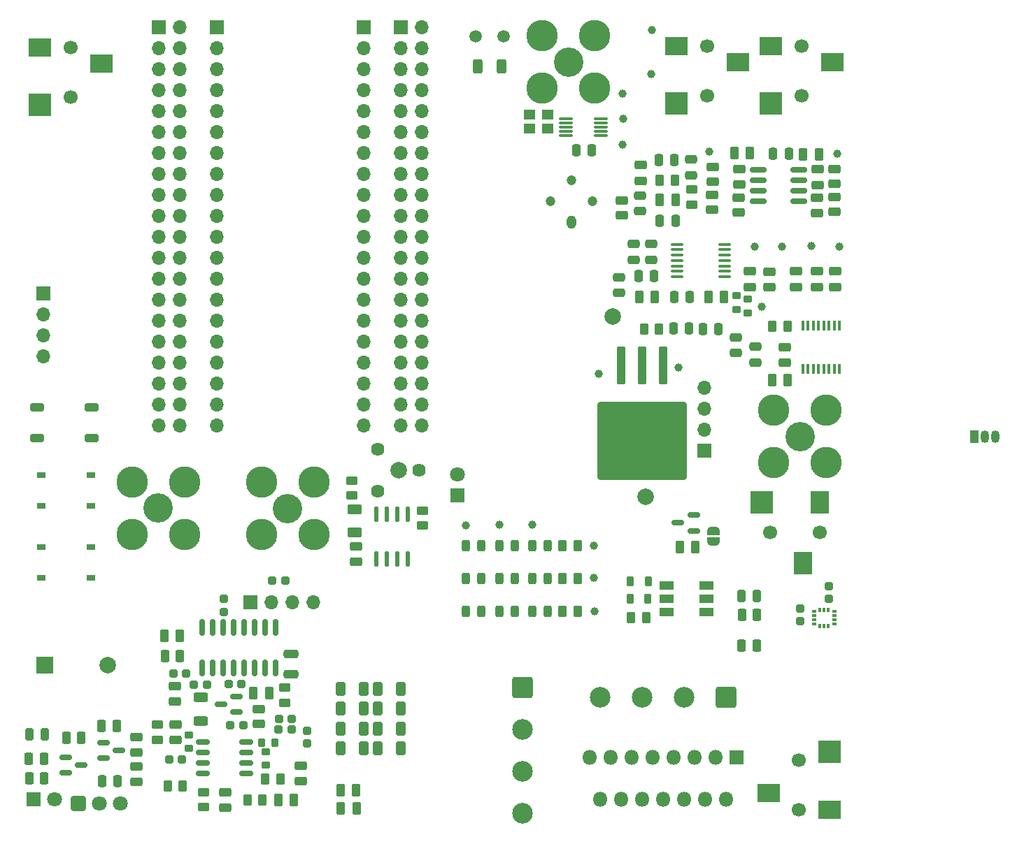
<source format=gbr>
%TF.GenerationSoftware,KiCad,Pcbnew,8.0.4+dfsg-1*%
%TF.CreationDate,2025-02-20T19:36:53-08:00*%
%TF.ProjectId,Audio_in_usd_sound_rp_pico,41756469-6f5f-4696-9e5f-7573645f736f,v0.3.0*%
%TF.SameCoordinates,Original*%
%TF.FileFunction,Soldermask,Top*%
%TF.FilePolarity,Negative*%
%FSLAX46Y46*%
G04 Gerber Fmt 4.6, Leading zero omitted, Abs format (unit mm)*
G04 Created by KiCad (PCBNEW 8.0.4+dfsg-1) date 2025-02-20 19:36:53*
%MOMM*%
%LPD*%
G01*
G04 APERTURE LIST*
G04 Aperture macros list*
%AMRoundRect*
0 Rectangle with rounded corners*
0 $1 Rounding radius*
0 $2 $3 $4 $5 $6 $7 $8 $9 X,Y pos of 4 corners*
0 Add a 4 corners polygon primitive as box body*
4,1,4,$2,$3,$4,$5,$6,$7,$8,$9,$2,$3,0*
0 Add four circle primitives for the rounded corners*
1,1,$1+$1,$2,$3*
1,1,$1+$1,$4,$5*
1,1,$1+$1,$6,$7*
1,1,$1+$1,$8,$9*
0 Add four rect primitives between the rounded corners*
20,1,$1+$1,$2,$3,$4,$5,0*
20,1,$1+$1,$4,$5,$6,$7,0*
20,1,$1+$1,$6,$7,$8,$9,0*
20,1,$1+$1,$8,$9,$2,$3,0*%
%AMFreePoly0*
4,1,19,0.500000,-0.750000,0.000000,-0.750000,0.000000,-0.744911,-0.071157,-0.744911,-0.207708,-0.704816,-0.327430,-0.627875,-0.420627,-0.520320,-0.479746,-0.390866,-0.500000,-0.250000,-0.500000,0.250000,-0.479746,0.390866,-0.420627,0.520320,-0.327430,0.627875,-0.207708,0.704816,-0.071157,0.744911,0.000000,0.744911,0.000000,0.750000,0.500000,0.750000,0.500000,-0.750000,0.500000,-0.750000,
$1*%
%AMFreePoly1*
4,1,19,0.000000,0.744911,0.071157,0.744911,0.207708,0.704816,0.327430,0.627875,0.420627,0.520320,0.479746,0.390866,0.500000,0.250000,0.500000,-0.250000,0.479746,-0.390866,0.420627,-0.520320,0.327430,-0.627875,0.207708,-0.704816,0.071157,-0.744911,0.000000,-0.744911,0.000000,-0.750000,-0.500000,-0.750000,-0.500000,0.750000,0.000000,0.750000,0.000000,0.744911,0.000000,0.744911,
$1*%
G04 Aperture macros list end*
%ADD10R,0.576580X0.351536*%
%ADD11R,0.351536X0.576580*%
%ADD12R,2.800000X2.800000*%
%ADD13R,2.200000X2.800000*%
%ADD14C,1.700000*%
%ADD15R,2.800000X2.200000*%
%ADD16RoundRect,0.244000X-0.269000X0.244000X-0.269000X-0.244000X0.269000X-0.244000X0.269000X0.244000X0*%
%ADD17RoundRect,0.219000X-0.294000X0.219000X-0.294000X-0.219000X0.294000X-0.219000X0.294000X0.219000X0*%
%ADD18RoundRect,0.219000X0.294000X-0.219000X0.294000X0.219000X-0.294000X0.219000X-0.294000X-0.219000X0*%
%ADD19RoundRect,0.244000X0.244000X0.269000X-0.244000X0.269000X-0.244000X-0.269000X0.244000X-0.269000X0*%
%ADD20RoundRect,0.244000X0.269000X-0.244000X0.269000X0.244000X-0.269000X0.244000X-0.269000X-0.244000X0*%
%ADD21RoundRect,0.244000X-0.244000X-0.269000X0.244000X-0.269000X0.244000X0.269000X-0.244000X0.269000X0*%
%ADD22RoundRect,0.219000X-0.219000X-0.294000X0.219000X-0.294000X0.219000X0.294000X-0.219000X0.294000X0*%
%ADD23RoundRect,0.250000X0.475000X-0.250000X0.475000X0.250000X-0.475000X0.250000X-0.475000X-0.250000X0*%
%ADD24RoundRect,0.267317X-0.470683X0.280683X-0.470683X-0.280683X0.470683X-0.280683X0.470683X0.280683X0*%
%ADD25RoundRect,0.150000X-0.675000X-0.150000X0.675000X-0.150000X0.675000X0.150000X-0.675000X0.150000X0*%
%ADD26RoundRect,0.267273X-0.320727X-0.570727X0.320727X-0.570727X0.320727X0.570727X-0.320727X0.570727X0*%
%ADD27C,3.556000*%
%ADD28C,3.810000*%
%ADD29C,1.000000*%
%ADD30RoundRect,0.250000X-0.450000X0.262500X-0.450000X-0.262500X0.450000X-0.262500X0.450000X0.262500X0*%
%ADD31RoundRect,0.267317X0.280683X0.470683X-0.280683X0.470683X-0.280683X-0.470683X0.280683X-0.470683X0*%
%ADD32RoundRect,0.218750X-0.218750X-0.381250X0.218750X-0.381250X0.218750X0.381250X-0.218750X0.381250X0*%
%ADD33RoundRect,0.267317X-0.280683X-0.470683X0.280683X-0.470683X0.280683X0.470683X-0.280683X0.470683X0*%
%ADD34RoundRect,0.269000X0.494000X-0.269000X0.494000X0.269000X-0.494000X0.269000X-0.494000X-0.269000X0*%
%ADD35R,1.050000X1.500000*%
%ADD36O,1.050000X1.500000*%
%ADD37RoundRect,0.250000X-0.262500X-0.450000X0.262500X-0.450000X0.262500X0.450000X-0.262500X0.450000X0*%
%ADD38RoundRect,0.269000X-0.494000X0.269000X-0.494000X-0.269000X0.494000X-0.269000X0.494000X0.269000X0*%
%ADD39RoundRect,0.250000X0.262500X0.450000X-0.262500X0.450000X-0.262500X-0.450000X0.262500X-0.450000X0*%
%ADD40RoundRect,0.250000X0.450000X-0.262500X0.450000X0.262500X-0.450000X0.262500X-0.450000X-0.262500X0*%
%ADD41RoundRect,0.250000X-0.250000X-0.475000X0.250000X-0.475000X0.250000X0.475000X-0.250000X0.475000X0*%
%ADD42RoundRect,0.267317X0.470683X-0.280683X0.470683X0.280683X-0.470683X0.280683X-0.470683X-0.280683X0*%
%ADD43RoundRect,0.150000X-0.590000X-0.150000X0.590000X-0.150000X0.590000X0.150000X-0.590000X0.150000X0*%
%ADD44RoundRect,0.261500X-0.261500X-0.476500X0.261500X-0.476500X0.261500X0.476500X-0.261500X0.476500X0*%
%ADD45RoundRect,0.269000X-0.269000X-0.494000X0.269000X-0.494000X0.269000X0.494000X-0.269000X0.494000X0*%
%ADD46RoundRect,0.243750X-0.243750X-0.456250X0.243750X-0.456250X0.243750X0.456250X-0.243750X0.456250X0*%
%ADD47RoundRect,0.100000X-0.637500X-0.100000X0.637500X-0.100000X0.637500X0.100000X-0.637500X0.100000X0*%
%ADD48RoundRect,0.250000X0.250000X0.475000X-0.250000X0.475000X-0.250000X-0.475000X0.250000X-0.475000X0*%
%ADD49R,1.000000X0.750000*%
%ADD50RoundRect,0.250000X-0.650000X-0.250000X0.650000X-0.250000X0.650000X0.250000X-0.650000X0.250000X0*%
%ADD51C,2.000000*%
%ADD52R,1.700000X1.700000*%
%ADD53O,1.700000X1.700000*%
%ADD54R,1.800000X1.800000*%
%ADD55C,1.800000*%
%ADD56RoundRect,0.150000X0.587500X0.150000X-0.587500X0.150000X-0.587500X-0.150000X0.587500X-0.150000X0*%
%ADD57RoundRect,0.250000X-1.000000X1.000000X-1.000000X-1.000000X1.000000X-1.000000X1.000000X1.000000X0*%
%ADD58C,2.500000*%
%ADD59FreePoly0,270.000000*%
%ADD60FreePoly1,270.000000*%
%ADD61C,1.500000*%
%ADD62RoundRect,0.150000X0.590000X0.150000X-0.590000X0.150000X-0.590000X-0.150000X0.590000X-0.150000X0*%
%ADD63RoundRect,0.269000X0.269000X0.494000X-0.269000X0.494000X-0.269000X-0.494000X0.269000X-0.494000X0*%
%ADD64O,0.570000X1.950000*%
%ADD65RoundRect,0.087500X-0.725000X-0.087500X0.725000X-0.087500X0.725000X0.087500X-0.725000X0.087500X0*%
%ADD66RoundRect,0.248400X-0.651600X-0.651600X0.651600X-0.651600X0.651600X0.651600X-0.651600X0.651600X0*%
%ADD67C,1.200000*%
%ADD68O,1.200000X1.600000*%
%ADD69R,2.000000X2.000000*%
%ADD70R,1.800000X1.100000*%
%ADD71RoundRect,0.250000X-0.312500X-0.625000X0.312500X-0.625000X0.312500X0.625000X-0.312500X0.625000X0*%
%ADD72R,1.400000X1.200000*%
%ADD73R,0.400000X1.200000*%
%ADD74RoundRect,0.250000X-0.300000X2.050000X-0.300000X-2.050000X0.300000X-2.050000X0.300000X2.050000X0*%
%ADD75RoundRect,0.250002X-5.149998X4.449998X-5.149998X-4.449998X5.149998X-4.449998X5.149998X4.449998X0*%
%ADD76RoundRect,0.250000X0.625000X-0.312500X0.625000X0.312500X-0.625000X0.312500X-0.625000X-0.312500X0*%
%ADD77RoundRect,0.250000X1.000000X1.000000X-1.000000X1.000000X-1.000000X-1.000000X1.000000X-1.000000X0*%
%ADD78C,1.620000*%
%ADD79RoundRect,0.250000X0.600000X0.250000X-0.600000X0.250000X-0.600000X-0.250000X0.600000X-0.250000X0*%
%ADD80RoundRect,0.150000X-0.150000X0.825000X-0.150000X-0.825000X0.150000X-0.825000X0.150000X0.825000X0*%
%ADD81RoundRect,0.250000X-0.625000X0.375000X-0.625000X-0.375000X0.625000X-0.375000X0.625000X0.375000X0*%
%ADD82RoundRect,0.250000X-0.475000X0.250000X-0.475000X-0.250000X0.475000X-0.250000X0.475000X0.250000X0*%
%ADD83RoundRect,0.150000X-0.825000X-0.150000X0.825000X-0.150000X0.825000X0.150000X-0.825000X0.150000X0*%
%ADD84O,1.800000X1.800000*%
G04 APERTURE END LIST*
D10*
%TO.C,U1*%
X186330300Y-121325001D03*
X186330300Y-120825000D03*
X186330300Y-120325000D03*
X186330300Y-119824999D03*
D11*
X185619999Y-119618700D03*
X185120000Y-119618700D03*
X184620001Y-119618700D03*
D10*
X183909700Y-119824999D03*
X183909700Y-120325000D03*
X183909700Y-120825000D03*
X183909700Y-121325001D03*
D11*
X184620001Y-121531300D03*
X185120000Y-121531300D03*
X185619999Y-121531300D03*
%TD*%
D12*
%TO.C,J17*%
X177590000Y-106545000D03*
D13*
X184590000Y-106545000D03*
X182590000Y-113945000D03*
D14*
X178590000Y-110245000D03*
X184590000Y-110245000D03*
%TD*%
%TO.C,J16*%
X182080000Y-143815000D03*
X182080000Y-137815000D03*
D15*
X178380000Y-141815000D03*
X185780000Y-143815000D03*
D12*
X185780000Y-136815000D03*
%TD*%
D14*
%TO.C,J15*%
X93900000Y-51445000D03*
X93900000Y-57445000D03*
D15*
X97600000Y-53445000D03*
X90200000Y-51445000D03*
D12*
X90200000Y-58445000D03*
%TD*%
D14*
%TO.C,J12*%
X182400000Y-51275000D03*
X182400000Y-57275000D03*
D15*
X186100000Y-53275000D03*
X178700000Y-51275000D03*
D12*
X178700000Y-58275000D03*
%TD*%
D14*
%TO.C,J1*%
X170960000Y-51275000D03*
X170960000Y-57275000D03*
D15*
X174660000Y-53275000D03*
X167260000Y-51275000D03*
D12*
X167260000Y-58275000D03*
%TD*%
D16*
%TO.C,C47*%
X185650000Y-116735000D03*
X185650000Y-118295000D03*
%TD*%
D17*
%TO.C,R11*%
X175890000Y-81965000D03*
X175890000Y-83605000D03*
%TD*%
D18*
%TO.C,R1*%
X174490000Y-83185000D03*
X174490000Y-81545000D03*
%TD*%
D19*
%TO.C,C41*%
X110400000Y-128665000D03*
X108840000Y-128665000D03*
%TD*%
D20*
%TO.C,C2*%
X182190000Y-121015000D03*
X182190000Y-119455000D03*
%TD*%
D21*
%TO.C,C52*%
X106358000Y-127313000D03*
X107918000Y-127313000D03*
%TD*%
D20*
%TO.C,C38*%
X122570000Y-135812107D03*
X122570000Y-134252107D03*
%TD*%
D22*
%TO.C,R22*%
X116994000Y-135675000D03*
X118634000Y-135675000D03*
%TD*%
D17*
%TO.C,R20*%
X117510000Y-136795000D03*
X117510000Y-138435000D03*
%TD*%
%TO.C,R10*%
X108240000Y-134775000D03*
X108240000Y-136415000D03*
%TD*%
D21*
%TO.C,C43*%
X119100000Y-132800000D03*
X120660000Y-132800000D03*
%TD*%
D19*
%TO.C,C37*%
X114595000Y-128630000D03*
X113035000Y-128630000D03*
%TD*%
D16*
%TO.C,C36*%
X112480000Y-118277000D03*
X112480000Y-119837000D03*
%TD*%
D19*
%TO.C,C35*%
X107390000Y-137725000D03*
X105830000Y-137725000D03*
%TD*%
%TO.C,C34*%
X114790000Y-133575000D03*
X113230000Y-133575000D03*
%TD*%
%TO.C,C54*%
X120644000Y-134061000D03*
X119084000Y-134061000D03*
%TD*%
D23*
%TO.C,C57*%
X160250000Y-81175000D03*
X160250000Y-79275000D03*
%TD*%
D24*
%TO.C,R43*%
X160660000Y-69975000D03*
X160660000Y-71795000D03*
%TD*%
D25*
%TO.C,U9*%
X109945000Y-135585000D03*
X109945000Y-136855000D03*
X109945000Y-138125000D03*
X109945000Y-139395000D03*
X115195000Y-139395000D03*
X115195000Y-138125000D03*
X115195000Y-136855000D03*
X115195000Y-135585000D03*
%TD*%
D26*
%TO.C,D5*%
X126560000Y-133975000D03*
X129360000Y-133975000D03*
%TD*%
D27*
%TO.C,J14*%
X104520000Y-107265000D03*
D28*
X101345000Y-104090000D03*
X101345000Y-110440000D03*
X107695000Y-104090000D03*
X107695000Y-110440000D03*
%TD*%
D29*
%TO.C,TP3*%
X160730000Y-57045000D03*
%TD*%
%TO.C,TP4*%
X160780000Y-60065000D03*
%TD*%
D30*
%TO.C,R35*%
X136460000Y-107562500D03*
X136460000Y-109387500D03*
%TD*%
D29*
%TO.C,TP25*%
X167466000Y-90249000D03*
%TD*%
D31*
%TO.C,R42*%
X176950000Y-123955000D03*
X175130000Y-123955000D03*
%TD*%
D32*
%TO.C,R32*%
X161635000Y-118275000D03*
X163760000Y-118275000D03*
%TD*%
D33*
%TO.C,R5*%
X88910000Y-140025000D03*
X90730000Y-140025000D03*
%TD*%
D34*
%TO.C,C40*%
X112610000Y-143600000D03*
X112610000Y-141700000D03*
%TD*%
D35*
%TO.C,U15*%
X203300000Y-98585000D03*
D36*
X204570000Y-98585000D03*
X205840000Y-98585000D03*
%TD*%
D37*
%TO.C,R27*%
X115317500Y-142645000D03*
X117142500Y-142645000D03*
%TD*%
D38*
%TO.C,C7*%
X162900000Y-65705000D03*
X162900000Y-67605000D03*
%TD*%
D39*
%TO.C,R3*%
X167030000Y-67510000D03*
X165205000Y-67510000D03*
%TD*%
D29*
%TO.C,TP11*%
X177590000Y-82845000D03*
%TD*%
D40*
%TO.C,R19*%
X104410000Y-135337500D03*
X104410000Y-133512500D03*
%TD*%
D29*
%TO.C,TP16*%
X176690000Y-75585000D03*
%TD*%
D41*
%TO.C,C4*%
X165100000Y-65120000D03*
X167000000Y-65120000D03*
%TD*%
D42*
%TO.C,R18*%
X171620000Y-67735000D03*
X171620000Y-65915000D03*
%TD*%
D43*
%TO.C,Q1*%
X93330000Y-137475000D03*
X93330000Y-139375000D03*
X95210000Y-138425000D03*
%TD*%
D29*
%TO.C,TP:C2*%
X145772500Y-109290000D03*
%TD*%
D44*
%TO.C,D1*%
X88880000Y-134725000D03*
X90760000Y-134725000D03*
%TD*%
D45*
%TO.C,C50*%
X126600000Y-143635000D03*
X128500000Y-143635000D03*
%TD*%
D23*
%TO.C,C20*%
X174400000Y-88465000D03*
X174400000Y-86565000D03*
%TD*%
D46*
%TO.C,D17*%
X145772500Y-115815000D03*
X147647500Y-115815000D03*
%TD*%
D23*
%TO.C,C11*%
X162850000Y-71275000D03*
X162850000Y-69375000D03*
%TD*%
D26*
%TO.C,D12*%
X131060000Y-131575000D03*
X133860000Y-131575000D03*
%TD*%
D29*
%TO.C,TP:C1*%
X141772500Y-109340000D03*
%TD*%
D38*
%TO.C,C33*%
X106590000Y-135365000D03*
X106590000Y-133465000D03*
%TD*%
D33*
%TO.C,R30*%
X105310000Y-125235000D03*
X107130000Y-125235000D03*
%TD*%
D45*
%TO.C,C32*%
X174240000Y-64255000D03*
X176140000Y-64255000D03*
%TD*%
D47*
%TO.C,U2*%
X167350000Y-75320000D03*
X167350000Y-75970000D03*
X167350000Y-76620000D03*
X167350000Y-77270000D03*
X167350000Y-77920000D03*
X167350000Y-78570000D03*
X167350000Y-79220000D03*
X173075000Y-79220000D03*
X173075000Y-78570000D03*
X173075000Y-77920000D03*
X173075000Y-77270000D03*
X173075000Y-76620000D03*
X173075000Y-75970000D03*
X173075000Y-75320000D03*
%TD*%
D48*
%TO.C,C17*%
X99610000Y-140325000D03*
X97710000Y-140325000D03*
%TD*%
D23*
%TO.C,C12*%
X164215000Y-77165000D03*
X164215000Y-75265000D03*
%TD*%
D34*
%TO.C,C28*%
X184320000Y-68115000D03*
X184320000Y-66215000D03*
%TD*%
D39*
%TO.C,R12*%
X180660000Y-85245000D03*
X178835000Y-85245000D03*
%TD*%
D49*
%TO.C,SW1*%
X90390000Y-111990000D03*
X96390000Y-111990000D03*
X90390000Y-115740000D03*
X96390000Y-115740000D03*
%TD*%
D50*
%TO.C,X1*%
X120585000Y-124910000D03*
X120585000Y-127410000D03*
%TD*%
D37*
%TO.C,R34*%
X161760000Y-120575000D03*
X163585000Y-120575000D03*
%TD*%
D38*
%TO.C,C44*%
X121750000Y-138485000D03*
X121750000Y-140385000D03*
%TD*%
D46*
%TO.C,D14*%
X141772500Y-115815000D03*
X143647500Y-115815000D03*
%TD*%
D29*
%TO.C,TP14*%
X183610000Y-75515000D03*
%TD*%
D42*
%TO.C,R29*%
X116680000Y-133425000D03*
X116680000Y-131605000D03*
%TD*%
D45*
%TO.C,C49*%
X126560000Y-141495000D03*
X128460000Y-141495000D03*
%TD*%
D51*
%TO.C,TP10*%
X163534000Y-105867000D03*
%TD*%
D45*
%TO.C,C46*%
X105260000Y-122745000D03*
X107160000Y-122745000D03*
%TD*%
D33*
%TO.C,R8*%
X97660000Y-133675000D03*
X99480000Y-133675000D03*
%TD*%
D38*
%TO.C,C21*%
X181690000Y-78565000D03*
X181690000Y-80465000D03*
%TD*%
%TO.C,C39*%
X106550000Y-128835000D03*
X106550000Y-130735000D03*
%TD*%
D49*
%TO.C,SW2*%
X90330000Y-103290000D03*
X96330000Y-103290000D03*
X90330000Y-107040000D03*
X96330000Y-107040000D03*
%TD*%
D30*
%TO.C,R23*%
X109960000Y-141700000D03*
X109960000Y-143525000D03*
%TD*%
D34*
%TO.C,C26*%
X176140000Y-80495000D03*
X176140000Y-78595000D03*
%TD*%
D29*
%TO.C,TP5*%
X160750000Y-63195000D03*
%TD*%
D41*
%TO.C,C56*%
X170425000Y-85550000D03*
X172325000Y-85550000D03*
%TD*%
%TO.C,C30*%
X178930000Y-64355000D03*
X180830000Y-64355000D03*
%TD*%
D52*
%TO.C,Je3*%
X170646000Y-100279000D03*
D53*
X170646000Y-97739000D03*
X170646000Y-95199000D03*
X170646000Y-92659000D03*
%TD*%
D54*
%TO.C,D2*%
X89410000Y-142600000D03*
D55*
X91950000Y-142600000D03*
%TD*%
D37*
%TO.C,R25*%
X117455000Y-140115000D03*
X119280000Y-140115000D03*
%TD*%
D30*
%TO.C,R2*%
X169060000Y-68660000D03*
X169060000Y-70485000D03*
%TD*%
D51*
%TO.C,TP12*%
X159530000Y-84045000D03*
%TD*%
D56*
%TO.C,U5*%
X169310000Y-110025000D03*
X169310000Y-108125000D03*
X167435000Y-109075000D03*
%TD*%
D43*
%TO.C,Q2*%
X97880000Y-135675000D03*
X97880000Y-137575000D03*
X99760000Y-136625000D03*
%TD*%
D29*
%TO.C,TP1*%
X164230000Y-49375000D03*
%TD*%
D54*
%TO.C,IR-PD1*%
X140710000Y-105765000D03*
D55*
X140710000Y-103225000D03*
%TD*%
D33*
%TO.C,R4*%
X88860000Y-137675000D03*
X90680000Y-137675000D03*
%TD*%
D23*
%TO.C,C23*%
X176810000Y-89635000D03*
X176810000Y-87735000D03*
%TD*%
D45*
%TO.C,C14*%
X162710000Y-81685000D03*
X164610000Y-81685000D03*
%TD*%
D46*
%TO.C,D20*%
X149797500Y-115815000D03*
X151672500Y-115815000D03*
%TD*%
D34*
%TO.C,C19*%
X180380000Y-89665000D03*
X180380000Y-87765000D03*
%TD*%
D57*
%TO.C,T2*%
X148640000Y-129055000D03*
D58*
X148640000Y-134135000D03*
X148640000Y-139215000D03*
X148640000Y-144295000D03*
%TD*%
D26*
%TO.C,D8*%
X131060000Y-129175000D03*
X133860000Y-129175000D03*
%TD*%
D46*
%TO.C,D18*%
X145772500Y-119790000D03*
X147647500Y-119790000D03*
%TD*%
D59*
%TO.C,JP84*%
X171710000Y-110025000D03*
D60*
X171710000Y-111325000D03*
%TD*%
D61*
%TO.C,R37*%
X146340000Y-50085000D03*
X142940000Y-50085000D03*
%TD*%
D26*
%TO.C,D10*%
X131060000Y-136375000D03*
X133860000Y-136375000D03*
%TD*%
D62*
%TO.C,Q3*%
X114010000Y-131975000D03*
X114010000Y-130075000D03*
X112130000Y-131025000D03*
%TD*%
D29*
%TO.C,TP:C3*%
X149772500Y-109290000D03*
%TD*%
%TO.C,TP15*%
X180010000Y-75585000D03*
%TD*%
D42*
%TO.C,R9*%
X101860000Y-140445000D03*
X101860000Y-138625000D03*
%TD*%
D34*
%TO.C,C27*%
X186460000Y-80495000D03*
X186460000Y-78595000D03*
%TD*%
D41*
%TO.C,C9*%
X165240000Y-72425000D03*
X167140000Y-72425000D03*
%TD*%
D63*
%TO.C,C6*%
X167140000Y-69885000D03*
X165240000Y-69885000D03*
%TD*%
D27*
%TO.C,J8*%
X154165000Y-53210000D03*
D28*
X150990000Y-50035000D03*
X150990000Y-56385000D03*
X157340000Y-50035000D03*
X157340000Y-56385000D03*
%TD*%
D52*
%TO.C,J4*%
X133880000Y-48995000D03*
D53*
X133880000Y-51535000D03*
X133880000Y-54075000D03*
X133880000Y-56615000D03*
X133880000Y-59155000D03*
X133880000Y-61695000D03*
X133880000Y-64235000D03*
X133880000Y-66775000D03*
X133880000Y-69315000D03*
X133880000Y-71855000D03*
X133880000Y-74395000D03*
X133880000Y-76935000D03*
X133880000Y-79475000D03*
X133880000Y-82015000D03*
X133880000Y-84555000D03*
X133880000Y-87095000D03*
X133880000Y-89635000D03*
X133880000Y-92175000D03*
X133880000Y-94715000D03*
X133880000Y-97255000D03*
X136420000Y-97255000D03*
X136420000Y-94715000D03*
X136420000Y-92175000D03*
X136420000Y-89635000D03*
X136420000Y-87095000D03*
X136420000Y-84555000D03*
X136420000Y-82015000D03*
X136420000Y-79475000D03*
X136420000Y-76935000D03*
X136420000Y-74395000D03*
X136420000Y-71855000D03*
X136420000Y-69315000D03*
X136420000Y-66775000D03*
X136420000Y-64235000D03*
X136420000Y-61695000D03*
X136420000Y-59155000D03*
X136420000Y-56615000D03*
X136420000Y-54075000D03*
X136420000Y-51535000D03*
X136420000Y-48995000D03*
%TD*%
D64*
%TO.C,U13*%
X130930000Y-113405000D03*
X132200000Y-113405000D03*
X133480000Y-113405000D03*
X134750000Y-113405000D03*
X134750000Y-107985000D03*
X133480000Y-107985000D03*
X132200000Y-107985000D03*
X130930000Y-107985000D03*
%TD*%
D40*
%TO.C,R36*%
X127970000Y-105755000D03*
X127970000Y-103930000D03*
%TD*%
D33*
%TO.C,R7*%
X93390000Y-135125000D03*
X95210000Y-135125000D03*
%TD*%
D39*
%TO.C,R39*%
X155297500Y-111815000D03*
X153472500Y-111815000D03*
%TD*%
D33*
%TO.C,R31*%
X175170000Y-120215000D03*
X176990000Y-120215000D03*
%TD*%
D45*
%TO.C,C18*%
X178800000Y-91735000D03*
X180700000Y-91735000D03*
%TD*%
D52*
%TO.C,Je2*%
X90640000Y-81235000D03*
D53*
X90640000Y-83775000D03*
X90640000Y-86315000D03*
X90640000Y-88855000D03*
%TD*%
D46*
%TO.C,D19*%
X149772500Y-111815000D03*
X151647500Y-111815000D03*
%TD*%
D27*
%TO.C,J11*%
X182205000Y-98620000D03*
D28*
X179030000Y-95445000D03*
X179030000Y-101795000D03*
X185380000Y-95445000D03*
X185380000Y-101795000D03*
%TD*%
D52*
%TO.C,J6*%
X111610000Y-49000000D03*
D53*
X111610000Y-51540000D03*
X111610000Y-54080000D03*
X111610000Y-56620000D03*
X111610000Y-59160000D03*
X111610000Y-61700000D03*
X111610000Y-64240000D03*
X111610000Y-66780000D03*
X111610000Y-69320000D03*
X111610000Y-71860000D03*
X111610000Y-74400000D03*
X111610000Y-76940000D03*
X111610000Y-79480000D03*
X111610000Y-82020000D03*
X111610000Y-84560000D03*
X111610000Y-87100000D03*
X111610000Y-89640000D03*
X111610000Y-92180000D03*
X111610000Y-94720000D03*
X111610000Y-97260000D03*
%TD*%
D42*
%TO.C,R14*%
X184270000Y-71525000D03*
X184270000Y-69705000D03*
%TD*%
D46*
%TO.C,D15*%
X141772500Y-119790000D03*
X143647500Y-119790000D03*
%TD*%
D65*
%TO.C,U4*%
X153895000Y-60105000D03*
X153895000Y-60605000D03*
X153895000Y-61105000D03*
X153895000Y-61605000D03*
X153895000Y-62105000D03*
X158120000Y-62105000D03*
X158120000Y-61605000D03*
X158120000Y-61105000D03*
X158120000Y-60605000D03*
X158120000Y-60105000D03*
%TD*%
D66*
%TO.C,U6*%
X94820000Y-143060000D03*
D55*
X97360000Y-143060000D03*
X99900000Y-143060000D03*
%TD*%
D67*
%TO.C,U16*%
X152020000Y-70065000D03*
D68*
X154560000Y-72605000D03*
D67*
X154560000Y-67525000D03*
X157100000Y-70065000D03*
%TD*%
D29*
%TO.C,TP18*%
X171250000Y-64045000D03*
%TD*%
D46*
%TO.C,D21*%
X149772500Y-119790000D03*
X151647500Y-119790000D03*
%TD*%
D69*
%TO.C,LS1*%
X90810000Y-126275000D03*
D51*
X98410000Y-126275000D03*
%TD*%
D29*
%TO.C,TP13*%
X186930000Y-75555000D03*
%TD*%
D70*
%TO.C,D4*%
X166060000Y-116675000D03*
X166060000Y-118275000D03*
X166060000Y-119875000D03*
X170860000Y-119875000D03*
X170860000Y-118275000D03*
X170860000Y-116675000D03*
%TD*%
D52*
%TO.C,J5*%
X129380000Y-48995000D03*
D53*
X129380000Y-51535000D03*
X129380000Y-54075000D03*
X129380000Y-56615000D03*
X129380000Y-59155000D03*
X129380000Y-61695000D03*
X129380000Y-64235000D03*
X129380000Y-66775000D03*
X129380000Y-69315000D03*
X129380000Y-71855000D03*
X129380000Y-74395000D03*
X129380000Y-76935000D03*
X129380000Y-79475000D03*
X129380000Y-82015000D03*
X129380000Y-84555000D03*
X129380000Y-87095000D03*
X129380000Y-89635000D03*
X129380000Y-92175000D03*
X129380000Y-94715000D03*
X129380000Y-97255000D03*
%TD*%
D41*
%TO.C,C8*%
X166940000Y-81725000D03*
X168840000Y-81725000D03*
%TD*%
D71*
%TO.C,R38*%
X143165000Y-53735000D03*
X146090000Y-53735000D03*
%TD*%
D63*
%TO.C,C24*%
X173010000Y-81685000D03*
X171110000Y-81685000D03*
%TD*%
D42*
%TO.C,R15*%
X174780000Y-71445000D03*
X174780000Y-69625000D03*
%TD*%
%TO.C,R17*%
X186360000Y-68005000D03*
X186360000Y-66185000D03*
%TD*%
D29*
%TO.C,TP26*%
X157814000Y-91011000D03*
%TD*%
%TO.C,TP2*%
X164180000Y-54655000D03*
%TD*%
D63*
%TO.C,C16*%
X169560000Y-111975000D03*
X167660000Y-111975000D03*
%TD*%
D42*
%TO.C,R13*%
X186360000Y-71395000D03*
X186360000Y-69575000D03*
%TD*%
D46*
%TO.C,D13*%
X141772500Y-111815000D03*
X143647500Y-111815000D03*
%TD*%
D63*
%TO.C,C42*%
X120930000Y-142645000D03*
X119030000Y-142645000D03*
%TD*%
D39*
%TO.C,R21*%
X107480000Y-140985000D03*
X105655000Y-140985000D03*
%TD*%
D34*
%TO.C,C25*%
X184240000Y-80485000D03*
X184240000Y-78585000D03*
%TD*%
D42*
%TO.C,R6*%
X101910000Y-136875000D03*
X101910000Y-135055000D03*
%TD*%
D44*
%TO.C,D3*%
X175130000Y-117925000D03*
X177010000Y-117925000D03*
%TD*%
D29*
%TO.C,TP:R1*%
X157222500Y-111790000D03*
%TD*%
D42*
%TO.C,R16*%
X171580000Y-71115000D03*
X171580000Y-69295000D03*
%TD*%
D72*
%TO.C,Y1*%
X149420000Y-61305000D03*
X151620000Y-61305000D03*
X151620000Y-59605000D03*
X149420000Y-59605000D03*
%TD*%
D73*
%TO.C,U7*%
X182545000Y-90385000D03*
X183180000Y-90385000D03*
X183815000Y-90385000D03*
X184450000Y-90385000D03*
X185085000Y-90385000D03*
X185720000Y-90385000D03*
X186355000Y-90385000D03*
X186990000Y-90385000D03*
X186990000Y-85185000D03*
X186355000Y-85185000D03*
X185720000Y-85185000D03*
X185085000Y-85185000D03*
X184450000Y-85185000D03*
X183815000Y-85185000D03*
X183180000Y-85185000D03*
X182545000Y-85185000D03*
%TD*%
D74*
%TO.C,U17*%
X165605000Y-90004000D03*
X163065000Y-90004000D03*
D75*
X163065000Y-99154000D03*
D74*
X160525000Y-90004000D03*
%TD*%
D29*
%TO.C,TP:R3*%
X157297500Y-119765000D03*
%TD*%
%TO.C,TP:R2*%
X157222500Y-115765000D03*
%TD*%
D76*
%TO.C,R24*%
X109630000Y-133100000D03*
X109630000Y-130175000D03*
%TD*%
D77*
%TO.C,T1*%
X173240000Y-130205000D03*
D58*
X168160000Y-130205000D03*
X163080000Y-130205000D03*
X158000000Y-130205000D03*
%TD*%
D26*
%TO.C,D6*%
X131060000Y-133975000D03*
X133860000Y-133975000D03*
%TD*%
D41*
%TO.C,C10*%
X162625000Y-79145000D03*
X164525000Y-79145000D03*
%TD*%
D48*
%TO.C,C55*%
X168795000Y-85530000D03*
X166895000Y-85530000D03*
%TD*%
D38*
%TO.C,C22*%
X178530000Y-78605000D03*
X178530000Y-80505000D03*
%TD*%
D46*
%TO.C,D16*%
X145772500Y-111815000D03*
X147647500Y-111815000D03*
%TD*%
D39*
%TO.C,R41*%
X155272500Y-119790000D03*
X153447500Y-119790000D03*
%TD*%
D32*
%TO.C,R33*%
X161685000Y-116175000D03*
X163810000Y-116175000D03*
%TD*%
D51*
%TO.C,RV2*%
X133610000Y-102685000D03*
D78*
X131110000Y-105185000D03*
X136110000Y-102685000D03*
X131110000Y-100185000D03*
%TD*%
D26*
%TO.C,D7*%
X126560000Y-129175000D03*
X129360000Y-129175000D03*
%TD*%
D45*
%TO.C,C31*%
X182570000Y-64395000D03*
X184470000Y-64395000D03*
%TD*%
D29*
%TO.C,TP17*%
X186670000Y-64295000D03*
%TD*%
D79*
%TO.C,S2*%
X96410000Y-98805000D03*
X89810000Y-98805000D03*
X96410000Y-95105000D03*
X89810000Y-95105000D03*
%TD*%
D80*
%TO.C,U10*%
X118705000Y-121730000D03*
X117435000Y-121730000D03*
X116165000Y-121730000D03*
X114895000Y-121730000D03*
X113625000Y-121730000D03*
X112355000Y-121730000D03*
X111085000Y-121730000D03*
X109815000Y-121730000D03*
X109815000Y-126680000D03*
X111085000Y-126680000D03*
X112355000Y-126680000D03*
X113625000Y-126680000D03*
X114895000Y-126680000D03*
X116165000Y-126680000D03*
X117435000Y-126680000D03*
X118705000Y-126680000D03*
%TD*%
D26*
%TO.C,D9*%
X126560000Y-136375000D03*
X129360000Y-136375000D03*
%TD*%
D27*
%TO.C,J13*%
X120170000Y-107325000D03*
D28*
X116995000Y-104150000D03*
X116995000Y-110500000D03*
X123345000Y-104150000D03*
X123345000Y-110500000D03*
%TD*%
D26*
%TO.C,D11*%
X126560000Y-131575000D03*
X129360000Y-131575000D03*
%TD*%
D81*
%TO.C,IR-LED1*%
X128270000Y-107405000D03*
X128270000Y-110205000D03*
%TD*%
D40*
%TO.C,R28*%
X119830000Y-130865000D03*
X119830000Y-129040000D03*
%TD*%
D52*
%TO.C,Je1*%
X115670000Y-118695000D03*
D53*
X118210000Y-118695000D03*
X120750000Y-118695000D03*
X123290000Y-118695000D03*
%TD*%
D39*
%TO.C,R40*%
X155272500Y-115815000D03*
X153447500Y-115815000D03*
%TD*%
D37*
%TO.C,R44*%
X163322500Y-85590000D03*
X165147500Y-85590000D03*
%TD*%
D82*
%TO.C,C13*%
X162035000Y-75285000D03*
X162035000Y-77185000D03*
%TD*%
D83*
%TO.C,U8*%
X177105000Y-66255000D03*
X177105000Y-67525000D03*
X177105000Y-68795000D03*
X177105000Y-70065000D03*
X182055000Y-70065000D03*
X182055000Y-68795000D03*
X182055000Y-67525000D03*
X182055000Y-66255000D03*
%TD*%
D63*
%TO.C,C45*%
X117930000Y-129675000D03*
X116030000Y-129675000D03*
%TD*%
D41*
%TO.C,C15*%
X155090000Y-63935000D03*
X156990000Y-63935000D03*
%TD*%
D54*
%TO.C,U12*%
X174540000Y-137475000D03*
D84*
X173270000Y-142555000D03*
X172000000Y-137475000D03*
X170730000Y-142555000D03*
X169460000Y-137475000D03*
X168190000Y-142555000D03*
X166920000Y-137475000D03*
X165650000Y-142555000D03*
X164380000Y-137475000D03*
X163110000Y-142555000D03*
X161840000Y-137475000D03*
X160570000Y-142555000D03*
X159300000Y-137475000D03*
X158030000Y-142555000D03*
X156760000Y-137475000D03*
%TD*%
D52*
%TO.C,J7*%
X104620000Y-48965000D03*
D53*
X104620000Y-51505000D03*
X104620000Y-54045000D03*
X104620000Y-56585000D03*
X104620000Y-59125000D03*
X104620000Y-61665000D03*
X104620000Y-64205000D03*
X104620000Y-66745000D03*
X104620000Y-69285000D03*
X104620000Y-71825000D03*
X104620000Y-74365000D03*
X104620000Y-76905000D03*
X104620000Y-79445000D03*
X104620000Y-81985000D03*
X104620000Y-84525000D03*
X104620000Y-87065000D03*
X104620000Y-89605000D03*
X104620000Y-92145000D03*
X104620000Y-94685000D03*
X104620000Y-97225000D03*
X107160000Y-97225000D03*
X107160000Y-94685000D03*
X107160000Y-92145000D03*
X107160000Y-89605000D03*
X107160000Y-87065000D03*
X107160000Y-84525000D03*
X107160000Y-81985000D03*
X107160000Y-79445000D03*
X107160000Y-76905000D03*
X107160000Y-74365000D03*
X107160000Y-71825000D03*
X107160000Y-69285000D03*
X107160000Y-66745000D03*
X107160000Y-64205000D03*
X107160000Y-61665000D03*
X107160000Y-59125000D03*
X107160000Y-56585000D03*
X107160000Y-54045000D03*
X107160000Y-51505000D03*
X107160000Y-48965000D03*
%TD*%
D34*
%TO.C,C29*%
X174880000Y-68065000D03*
X174880000Y-66165000D03*
%TD*%
D82*
%TO.C,C3*%
X168990000Y-65015000D03*
X168990000Y-66915000D03*
%TD*%
D38*
%TO.C,C51*%
X128420000Y-111905000D03*
X128420000Y-113805000D03*
%TD*%
D21*
%TO.C,C48*%
X118304000Y-116027000D03*
X119864000Y-116027000D03*
%TD*%
M02*

</source>
